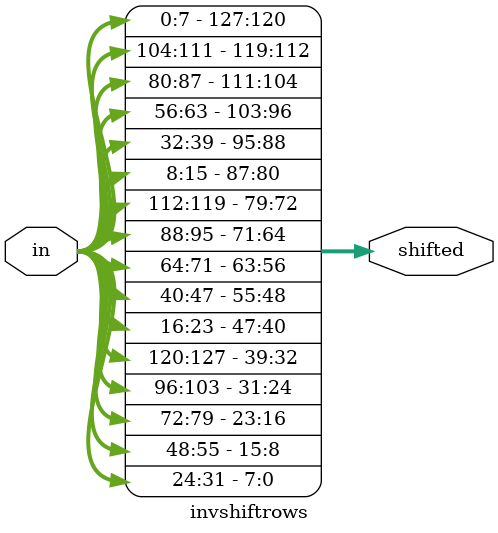
<source format=v>
module invshiftrows (
    //input clk,                  // Tín hiệu clock
    input [0:127] in,           // Dữ liệu đầu vào
    output reg [0:127] shifted  // Dữ liệu đầu ra (đồng bộ theo clock)
);

    always @(*) begin
        // First row (r = 0) is not shifted
        shifted[0+:8] <= in[0+:8];
        shifted[32+:8] <= in[32+:8];
        shifted[64+:8] <= in[64+:8];
        shifted[96+:8] <= in[96+:8];

        // Second row (r = 1) is cyclically right shifted by 1 offset
        shifted[8+:8] <= in[104+:8];
        shifted[40+:8] <= in[8+:8];
        shifted[72+:8] <= in[40+:8];
        shifted[104+:8] <= in[72+:8];

        // Third row (r = 2) is cyclically right shifted by 2 offsets
        shifted[16+:8] <= in[80+:8];
        shifted[48+:8] <= in[112+:8];
        shifted[80+:8] <= in[16+:8];
        shifted[112+:8] <= in[48+:8];

        // Fourth row (r = 3) is cyclically right shifted by 3 offsets
        shifted[24+:8] <= in[56+:8];
        shifted[56+:8] <= in[88+:8];
        shifted[88+:8] <= in[120+:8];
        shifted[120+:8] <= in[24+:8];
    end

endmodule

</source>
